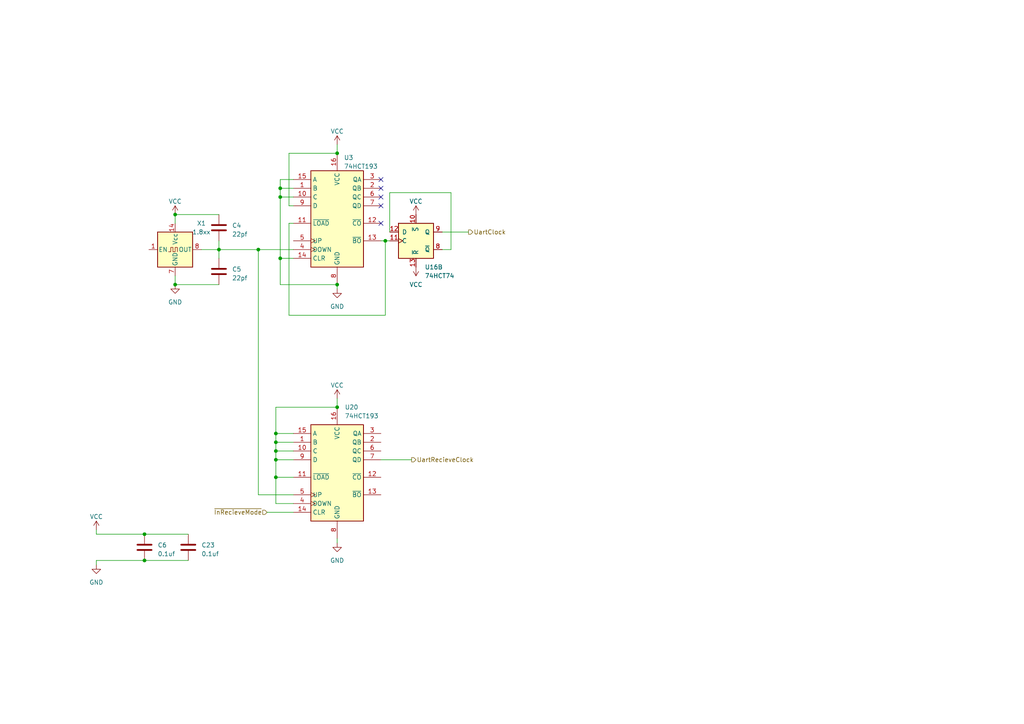
<source format=kicad_sch>
(kicad_sch (version 20231120) (generator "eeschema") (generator_version "8.0")
  (paper "A4")
  (lib_symbols
    (symbol "74xx:74LS193"
      (property "Reference" "U" (at -7.62 13.97 0))
      (property "Value" "74LS193" (at 5.08 13.97 0))
      (symbol "74LS193_1_0"
        (pin input line (at -12.7 7.62 0) (length 5.08) (name "B") (number "1"))
        (pin input line (at -12.7 5.08 0) (length 5.08) (name "C") (number "10"))
        (pin input line (at -12.7 -2.54 0) (length 5.08) (name "~{LOAD}") (number "11"))
        (pin output line (at 12.7 -2.54 180) (length 5.08) (name "~{CO}") (number "12"))
        (pin output line (at 12.7 -7.62 180) (length 5.08) (name "~{BO}") (number "13"))
        (pin input line (at -12.7 -12.7 0) (length 5.08) (name "CLR") (number "14"))
        (pin input line (at -12.7 10.16 0) (length 5.08) (name "A") (number "15"))
        (pin power_in line (at 0 17.78 270) (length 5.08) (name "VCC") (number "16"))
        (pin output line (at 12.7 7.62 180) (length 5.08) (name "QB") (number "2"))
        (pin output line (at 12.7 10.16 180) (length 5.08) (name "QA") (number "3"))
        (pin input clock (at -12.7 -10.16 0) (length 5.08) (name "DOWN") (number "4"))
        (pin input clock (at -12.7 -7.62 0) (length 5.08) (name "UP") (number "5"))
        (pin output line (at 12.7 5.08 180) (length 5.08) (name "QC") (number "6"))
        (pin output line (at 12.7 2.54 180) (length 5.08) (name "QD") (number "7"))
        (pin power_in line (at 0 -20.32 90) (length 5.08) (name "GND") (number "8"))
        (pin input line (at -12.7 2.54 0) (length 5.08) (name "D") (number "9"))
      )
      (symbol "74LS193_1_1"
        (rectangle (start -7.62 12.7) (end 7.62 -15.24) (stroke (width 0.254)) (fill (type background)))
      )
    )
    (symbol "74xx:74LS74" (pin_names (offset 1.016))
      (property "Reference" "U" (at -7.62 8.89 0))
      (property "Value" "74LS74" (at -7.62 -8.89 0))
      (symbol "74LS74_1_0"
        (pin input line (at 0 -7.62 90) (length 2.54) (name "~{R}") (number "1"))
        (pin input line (at -7.62 2.54 0) (length 2.54) (name "D") (number "2"))
        (pin input clock (at -7.62 0 0) (length 2.54) (name "C") (number "3"))
        (pin input line (at 0 7.62 270) (length 2.54) (name "~{S}") (number "4"))
        (pin output line (at 7.62 2.54 180) (length 2.54) (name "Q") (number "5"))
        (pin output line (at 7.62 -2.54 180) (length 2.54) (name "~{Q}") (number "6"))
      )
      (symbol "74LS74_1_1"
        (rectangle (start -5.08 5.08) (end 5.08 -5.08) (stroke (width 0.254)) (fill (type background)))
      )
      (symbol "74LS74_2_0"
        (pin input line (at 0 7.62 270) (length 2.54) (name "~{S}") (number "10"))
        (pin input clock (at -7.62 0 0) (length 2.54) (name "C") (number "11"))
        (pin input line (at -7.62 2.54 0) (length 2.54) (name "D") (number "12"))
        (pin input line (at 0 -7.62 90) (length 2.54) (name "~{R}") (number "13"))
        (pin output line (at 7.62 -2.54 180) (length 2.54) (name "~{Q}") (number "8"))
        (pin output line (at 7.62 2.54 180) (length 2.54) (name "Q") (number "9"))
      )
      (symbol "74LS74_2_1"
        (rectangle (start -5.08 5.08) (end 5.08 -5.08) (stroke (width 0.254)) (fill (type background)))
      )
      (symbol "74LS74_3_0"
        (pin power_in line (at 0 10.16 270) (length 2.54) (name "VCC") (number "14"))
        (pin power_in line (at 0 -10.16 90) (length 2.54) (name "GND") (number "7"))
      )
      (symbol "74LS74_3_1"
        (rectangle (start -5.08 7.62) (end 5.08 -7.62) (stroke (width 0.254)) (fill (type background)))
      )
    )
    (symbol "Device:C" (pin_numbers hide) (pin_names (offset 0.254))
      (property "Reference" "C" (at 0.635 2.54 0))
      (property "Value" "C" (at 0.635 -2.54 0))
      (symbol "C_0_1"
        (polyline (pts (xy -2.032 -0.762) (xy 2.032 -0.762)) (stroke (width 0.508)))
        (polyline (pts (xy -2.032 0.762) (xy 2.032 0.762)) (stroke (width 0.508)))
      )
      (symbol "C_1_1"
        (pin passive line (at 0 3.81 270) (length 2.794) (name "~") (number "1"))
        (pin passive line (at 0 -3.81 90) (length 2.794) (name "~") (number "2"))
      )
    )
    (symbol "Oscillator:CXO_DIP14" (pin_names (offset 0.254))
      (property "Reference" "X" (at -5.08 6.35 0))
      (property "Value" "CXO_DIP14" (at 1.27 -6.35 0))
      (symbol "CXO_DIP14_0_1"
        (rectangle (start -5.08 5.08) (end 5.08 -5.08) (stroke (width 0.254)) (fill (type background)))
        (polyline (pts (xy -1.905 -0.635) (xy -1.27 -0.635) (xy -1.27 0.635) (xy -0.635 0.635) (xy -0.635 -0.635) (xy 0 -0.635) (xy 0 0.635) (xy 0.635 0.635) (xy 0.635 -0.635)))
      )
      (symbol "CXO_DIP14_1_1"
        (pin input line (at -7.62 0 0) (length 2.54) (name "EN") (number "1"))
        (pin power_in line (at 0 7.62 270) (length 2.54) (name "Vcc") (number "14"))
        (pin power_in line (at 0 -7.62 90) (length 2.54) (name "GND") (number "7"))
        (pin output line (at 7.62 0 180) (length 2.54) (name "OUT") (number "8"))
      )
    )
    (symbol "power:GND" (power) (pin_names (offset 0))
      (property "Value" "GND" (at 0 -3.81 0))
      (symbol "GND_0_1"
        (polyline (pts (xy 0 0) (xy 0 -1.27) (xy 1.27 -1.27) (xy 0 -2.54) (xy -1.27 -1.27) (xy 0 -1.27)))
      )
      (symbol "GND_1_1"
        (pin power_in line (at 0 0 270) (length 0) hide (name "GND") (number "1"))
      )
    )
    (symbol "power:VCC" (power) (pin_names (offset 0))
      (property "Value" "VCC" (at 0 3.81 0))
      (symbol "VCC_0_1"
        (polyline (pts (xy -0.762 1.27) (xy 0 2.54)))
        (polyline (pts (xy 0 0) (xy 0 2.54)))
        (polyline (pts (xy 0 2.54) (xy 0.762 1.27)))
      )
      (symbol "VCC_1_1"
        (pin power_in line (at 0 0 90) (length 0) hide (name "VCC") (number "1"))
      )
    )
  )
  (junction (at 80.01 128.27))
  (junction (at 63.5 72.39))
  (junction (at 97.79 82.55))
  (junction (at 80.01 138.43))
  (junction (at 50.8 82.55))
  (junction (at 111.76 69.85))
  (junction (at 80.01 125.73))
  (junction (at 41.91 154.94))
  (junction (at 80.01 130.81))
  (junction (at 74.93 72.39))
  (junction (at 81.28 74.93))
  (junction (at 97.79 118.11))
  (junction (at 81.28 57.15))
  (junction (at 80.01 133.35))
  (junction (at 41.91 162.56))
  (junction (at 50.8 62.23))
  (junction (at 97.79 44.45))
  (junction (at 81.28 54.61))
  (no_connect (at 110.49 64.77))
  (no_connect (at 110.49 57.15))
  (no_connect (at 110.49 52.07))
  (no_connect (at 110.49 54.61))
  (no_connect (at 110.49 59.69))
  (wire (pts (xy 130.81 72.39) (xy 128.27 72.39)))
  (wire (pts (xy 74.93 72.39) (xy 85.09 72.39)))
  (wire (pts (xy 80.01 146.05) (xy 85.09 146.05)))
  (wire (pts (xy 80.01 125.73) (xy 85.09 125.73)))
  (wire (pts (xy 80.01 138.43) (xy 80.01 133.35)))
  (wire (pts (xy 63.5 69.85) (xy 63.5 72.39)))
  (wire (pts (xy 81.28 54.61) (xy 85.09 54.61)))
  (wire (pts (xy 85.09 143.51) (xy 74.93 143.51)))
  (wire (pts (xy 128.27 67.31) (xy 135.89 67.31)))
  (wire (pts (xy 80.01 138.43) (xy 80.01 146.05)))
  (wire (pts (xy 63.5 72.39) (xy 63.5 74.93)))
  (wire (pts (xy 97.79 41.91) (xy 97.79 44.45)))
  (wire (pts (xy 50.8 62.23) (xy 63.5 62.23)))
  (wire (pts (xy 81.28 74.93) (xy 85.09 74.93)))
  (wire (pts (xy 85.09 64.77) (xy 83.82 64.77)))
  (wire (pts (xy 119.38 133.35) (xy 110.49 133.35)))
  (wire (pts (xy 130.81 55.88) (xy 113.03 55.88)))
  (wire (pts (xy 80.01 133.35) (xy 85.09 133.35)))
  (wire (pts (xy 41.91 162.56) (xy 27.94 162.56)))
  (wire (pts (xy 41.91 154.94) (xy 27.94 154.94)))
  (wire (pts (xy 50.8 82.55) (xy 63.5 82.55)))
  (wire (pts (xy 83.82 64.77) (xy 83.82 91.44)))
  (wire (pts (xy 81.28 57.15) (xy 81.28 74.93)))
  (wire (pts (xy 83.82 44.45) (xy 83.82 59.69)))
  (wire (pts (xy 97.79 83.82) (xy 97.79 82.55)))
  (wire (pts (xy 130.81 55.88) (xy 130.81 72.39)))
  (wire (pts (xy 50.8 82.55) (xy 50.8 80.01)))
  (wire (pts (xy 63.5 72.39) (xy 74.93 72.39)))
  (wire (pts (xy 83.82 44.45) (xy 97.79 44.45)))
  (wire (pts (xy 111.76 91.44) (xy 111.76 69.85)))
  (wire (pts (xy 80.01 133.35) (xy 80.01 130.81)))
  (wire (pts (xy 77.47 148.59) (xy 85.09 148.59)))
  (wire (pts (xy 80.01 128.27) (xy 85.09 128.27)))
  (wire (pts (xy 113.03 69.85) (xy 111.76 69.85)))
  (wire (pts (xy 97.79 115.57) (xy 97.79 118.11)))
  (wire (pts (xy 41.91 162.56) (xy 54.61 162.56)))
  (wire (pts (xy 81.28 52.07) (xy 85.09 52.07)))
  (wire (pts (xy 50.8 62.23) (xy 50.8 64.77)))
  (wire (pts (xy 80.01 130.81) (xy 85.09 130.81)))
  (wire (pts (xy 83.82 91.44) (xy 111.76 91.44)))
  (wire (pts (xy 58.42 72.39) (xy 63.5 72.39)))
  (wire (pts (xy 80.01 118.11) (xy 97.79 118.11)))
  (wire (pts (xy 41.91 154.94) (xy 54.61 154.94)))
  (wire (pts (xy 81.28 57.15) (xy 85.09 57.15)))
  (wire (pts (xy 81.28 82.55) (xy 81.28 74.93)))
  (wire (pts (xy 80.01 130.81) (xy 80.01 128.27)))
  (wire (pts (xy 111.76 69.85) (xy 110.49 69.85)))
  (wire (pts (xy 80.01 128.27) (xy 80.01 125.73)))
  (wire (pts (xy 81.28 54.61) (xy 81.28 52.07)))
  (wire (pts (xy 80.01 125.73) (xy 80.01 118.11)))
  (wire (pts (xy 85.09 59.69) (xy 83.82 59.69)))
  (wire (pts (xy 113.03 55.88) (xy 113.03 67.31)))
  (wire (pts (xy 27.94 154.94) (xy 27.94 153.67)))
  (wire (pts (xy 74.93 72.39) (xy 74.93 143.51)))
  (wire (pts (xy 81.28 57.15) (xy 81.28 54.61)))
  (wire (pts (xy 97.79 82.55) (xy 81.28 82.55)))
  (wire (pts (xy 27.94 162.56) (xy 27.94 163.83)))
  (wire (pts (xy 97.79 156.21) (xy 97.79 157.48)))
  (wire (pts (xy 85.09 138.43) (xy 80.01 138.43)))
  (hierarchical_label "~{InRecieveMode}" (shape input) (at 77.47 148.59 180))
  (hierarchical_label "UartRecieveClock" (shape output) (at 119.38 133.35 0))
  (hierarchical_label "UartClock" (shape output) (at 135.89 67.31 0))
  (symbol (lib_id "power:VCC") (at 120.65 62.23 0) (unit 1)
    (property "Reference" "#PWR049" (effects (hide yes)))
    (property "Value" "VCC" (at 120.65 58.42 0))
  )
  (symbol (lib_id "power:VCC") (at 120.65 77.47 180) (unit 1)
    (property "Reference" "#PWR050" (effects (hide yes)))
    (property "Value" "VCC" (at 120.65 82.55 0))
  )
  (symbol (lib_id "power:VCC") (at 97.79 115.57 0) (unit 1)
    (property "Reference" "#PWR059" (effects (hide yes)))
    (property "Value" "VCC" (at 97.79 111.76 0))
  )
  (symbol (lib_id "Oscillator:CXO_DIP14") (at 50.8 72.39 0) (unit 1)
    (property "Reference" "X1" (at 58.42 64.77 0))
    (property "Value" "1.8xx" (at 58.42 67.31 0))
    (property "Footprint" "Oscillator:Oscillator_DIP-14" (effects (hide yes)))
    (property "Datasheet" "http://cdn-reichelt.de/documents/datenblatt/B400/OSZI.pdf" (effects (hide yes)))
  )
  (symbol (lib_id "power:VCC") (at 50.8 62.23 0) (unit 1)
    (property "Reference" "#PWR08" (effects (hide yes)))
    (property "Value" "VCC" (at 50.8 58.42 0))
  )
  (symbol (lib_id "power:VCC") (at 27.94 153.67 0) (unit 1)
    (property "Reference" "#PWR010" (effects (hide yes)))
    (property "Value" "VCC" (at 27.94 149.86 0))
  )
  (symbol (lib_id "74xx:74LS193") (at 97.79 135.89 0) (unit 1)
    (property "Reference" "U20" (at 99.9841 118.11 0) (effects (justify left)))
    (property "Value" "74HCT193" (at 99.9841 120.65 0) (effects (justify left)))
    (property "Footprint" "Package_DIP:DIP-16_W7.62mm" (effects (hide yes)))
    (property "Datasheet" "http://www.ti.com/lit/ds/symlink/sn74ls193.pdf" (effects (hide yes)))
  )
  (symbol (lib_id "Device:C") (at 54.61 158.75 0) (unit 1)
    (property "Reference" "C23" (at 58.42 158.115 0) (effects (justify left)))
    (property "Value" "0.1uf" (at 58.42 160.655 0) (effects (justify left)))
    (property "Footprint" "Capacitor_THT:C_Disc_D3.8mm_W2.6mm_P2.50mm" (effects (hide yes)))
  )
  (symbol (lib_id "power:GND") (at 50.8 82.55 0) (unit 1)
    (property "Reference" "#PWR09" (effects (hide yes)))
    (property "Value" "GND" (at 50.8 87.63 0))
  )
  (symbol (lib_id "power:GND") (at 97.79 83.82 0) (unit 1)
    (property "Reference" "#PWR013" (effects (hide yes)))
    (property "Value" "GND" (at 97.79 88.9 0))
  )
  (symbol (lib_id "power:VCC") (at 97.79 41.91 0) (unit 1)
    (property "Reference" "#PWR012" (effects (hide yes)))
    (property "Value" "VCC" (at 97.79 38.1 0))
  )
  (symbol (lib_id "Device:C") (at 63.5 78.74 0) (unit 1)
    (property "Reference" "C5" (at 67.31 78.105 0) (effects (justify left)))
    (property "Value" "22pf" (at 67.31 80.645 0) (effects (justify left)))
    (property "Footprint" "Capacitor_THT:C_Disc_D3.8mm_W2.6mm_P2.50mm" (effects (hide yes)))
  )
  (symbol (lib_id "Device:C") (at 41.91 158.75 0) (unit 1)
    (property "Reference" "C6" (at 45.72 158.115 0) (effects (justify left)))
    (property "Value" "0.1uf" (at 45.72 160.655 0) (effects (justify left)))
    (property "Footprint" "Capacitor_THT:C_Disc_D3.8mm_W2.6mm_P2.50mm" (effects (hide yes)))
  )
  (symbol (lib_id "power:GND") (at 27.94 163.83 0) (unit 1)
    (property "Reference" "#PWR011" (effects (hide yes)))
    (property "Value" "GND" (at 27.94 168.91 0))
  )
  (symbol (lib_id "74xx:74LS193") (at 97.79 62.23 0) (unit 1)
    (property "Reference" "U3" (at 99.7459 45.72 0) (effects (justify left)))
    (property "Value" "74HCT193" (at 99.7459 48.26 0) (effects (justify left)))
    (property "Footprint" "Package_DIP:DIP-16_W7.62mm" (effects (hide yes)))
    (property "Datasheet" "http://www.ti.com/lit/ds/symlink/sn74ls193.pdf" (effects (hide yes)))
  )
  (symbol (lib_id "power:GND") (at 97.79 157.48 0) (unit 1)
    (property "Reference" "#PWR060" (effects (hide yes)))
    (property "Value" "GND" (at 97.79 162.56 0))
  )
  (symbol (lib_id "74xx:74LS74") (at 120.65 69.85 0) (unit 2)
    (property "Reference" "U16" (at 123.19 77.47 0) (effects (justify left)))
    (property "Value" "74HCT74" (at 123.19 80.01 0) (effects (justify left)))
    (property "Footprint" "Package_DIP:DIP-14_W10.16mm" (effects (hide yes)))
    (property "Datasheet" "74xx/74hc_hct74.pdf" (effects (hide yes)))
  )
  (symbol (lib_id "Device:C") (at 63.5 66.04 0) (unit 1)
    (property "Reference" "C4" (at 67.31 65.405 0) (effects (justify left)))
    (property "Value" "22pf" (at 67.31 67.945 0) (effects (justify left)))
    (property "Footprint" "Capacitor_THT:C_Disc_D3.8mm_W2.6mm_P2.50mm" (effects (hide yes)))
  )
)
</source>
